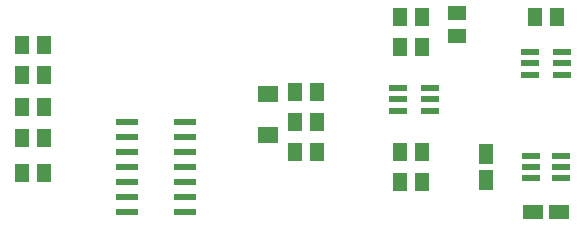
<source format=gbr>
G04 EAGLE Gerber RS-274X export*
G75*
%MOMM*%
%FSLAX34Y34*%
%LPD*%
%INSolderpaste Top*%
%IPPOS*%
%AMOC8*
5,1,8,0,0,1.08239X$1,22.5*%
G01*
%ADD10R,1.295400X1.738275*%
%ADD11R,1.738275X1.295400*%
%ADD12R,1.300000X1.500000*%
%ADD13R,1.500000X1.300000*%
%ADD14R,1.574800X0.584200*%
%ADD15R,1.625600X0.558800*%
%ADD16R,1.981200X0.558800*%
%ADD17R,1.800000X1.400000*%


D10*
X635000Y264867D03*
X635000Y243133D03*
D11*
X674933Y215900D03*
X696667Y215900D03*
D12*
X562000Y355600D03*
X581000Y355600D03*
X562000Y381000D03*
X581000Y381000D03*
X260960Y248920D03*
X241960Y248920D03*
X492100Y266700D03*
X473100Y266700D03*
X695300Y381000D03*
X676300Y381000D03*
D13*
X610870Y365150D03*
X610870Y384150D03*
D12*
X581000Y241300D03*
X562000Y241300D03*
X581000Y266700D03*
X562000Y266700D03*
X260960Y304800D03*
X241960Y304800D03*
X241960Y278130D03*
X260960Y278130D03*
X241960Y331470D03*
X260960Y331470D03*
X241960Y356870D03*
X260960Y356870D03*
X473100Y317500D03*
X492100Y317500D03*
X473100Y292100D03*
X492100Y292100D03*
D14*
X673100Y263525D03*
X673100Y254000D03*
X673100Y244475D03*
X698500Y244475D03*
X698500Y254000D03*
X698500Y263525D03*
D15*
X560578Y320650D03*
X560578Y311150D03*
X560578Y301650D03*
X587502Y301650D03*
X587502Y311150D03*
X587502Y320650D03*
D16*
X330962Y292100D03*
X330962Y279400D03*
X330962Y266700D03*
X330962Y254000D03*
X330962Y241300D03*
X330962Y228600D03*
X330962Y215900D03*
X380238Y215900D03*
X380238Y228600D03*
X380238Y241300D03*
X380238Y254000D03*
X380238Y266700D03*
X380238Y279400D03*
X380238Y292100D03*
D15*
X672338Y351130D03*
X672338Y341630D03*
X672338Y332130D03*
X699262Y332130D03*
X699262Y341630D03*
X699262Y351130D03*
D17*
X450850Y281450D03*
X450850Y315450D03*
M02*

</source>
